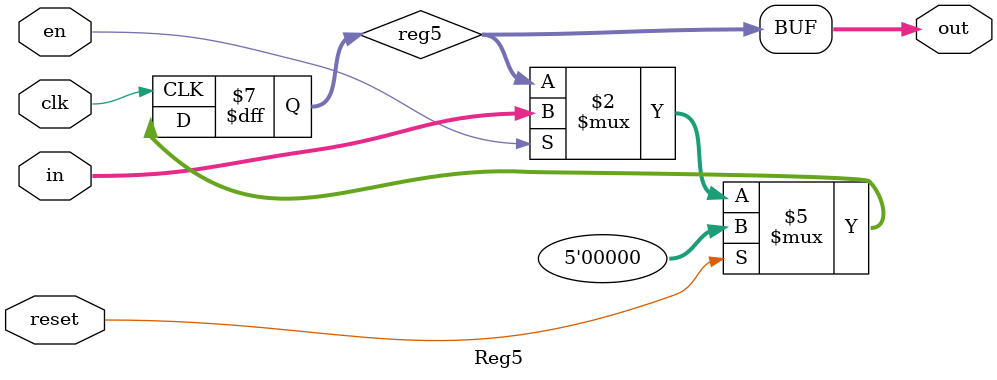
<source format=v>
`timescale 1ns / 1ns
module Reg32(
input clk,
input en,
input reset,
input [31:0] in,
output [31:0] out
);
    reg [31:0] reg32;
	 assign out=reg32;
    always @(posedge clk) begin
	    if(reset) reg32<=0;
		else if(en) reg32<=in;
	 end
endmodule

module Reg1(
input clk,
input en,
input reset,
input in,
output out
);
    reg reg1;
	assign out=reg1;
    always @(posedge clk) begin
	    if(reset) reg1<=0;
		else if(en) reg1<=in;
	 end
endmodule

module Reg5(
input clk,
input en,
input reset,
input [4:0] in,
output [4:0] out
);
    reg [4:0] reg5;
	assign out=reg5;
    always @(posedge clk) begin
	    if(reset) reg5<=0;
		else if(en) reg5<=in;
	 end
endmodule
</source>
